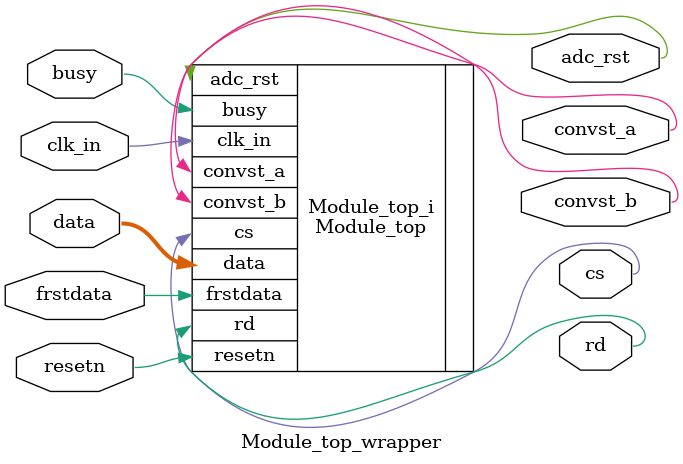
<source format=v>
`timescale 1 ps / 1 ps

module Module_top_wrapper
   (adc_rst,
    busy,
    clk_in,
    convst_a,
    convst_b,
    cs,
    data,
    frstdata,
    rd,
    resetn);
  output adc_rst;
  input busy;
  input clk_in;
  output convst_a;
  output convst_b;
  output cs;
  input [15:0]data;
  input frstdata;
  output rd;
  input resetn;

  wire adc_rst;
  wire busy;
  wire clk_in;
  wire convst_a;
  wire convst_b;
  wire cs;
  wire [15:0]data;
  wire frstdata;
  wire rd;
  wire resetn;

  Module_top Module_top_i
       (.adc_rst(adc_rst),
        .busy(busy),
        .clk_in(clk_in),
        .convst_a(convst_a),
        .convst_b(convst_b),
        .cs(cs),
        .data(data),
        .frstdata(frstdata),
        .rd(rd),
        .resetn(resetn));
endmodule

</source>
